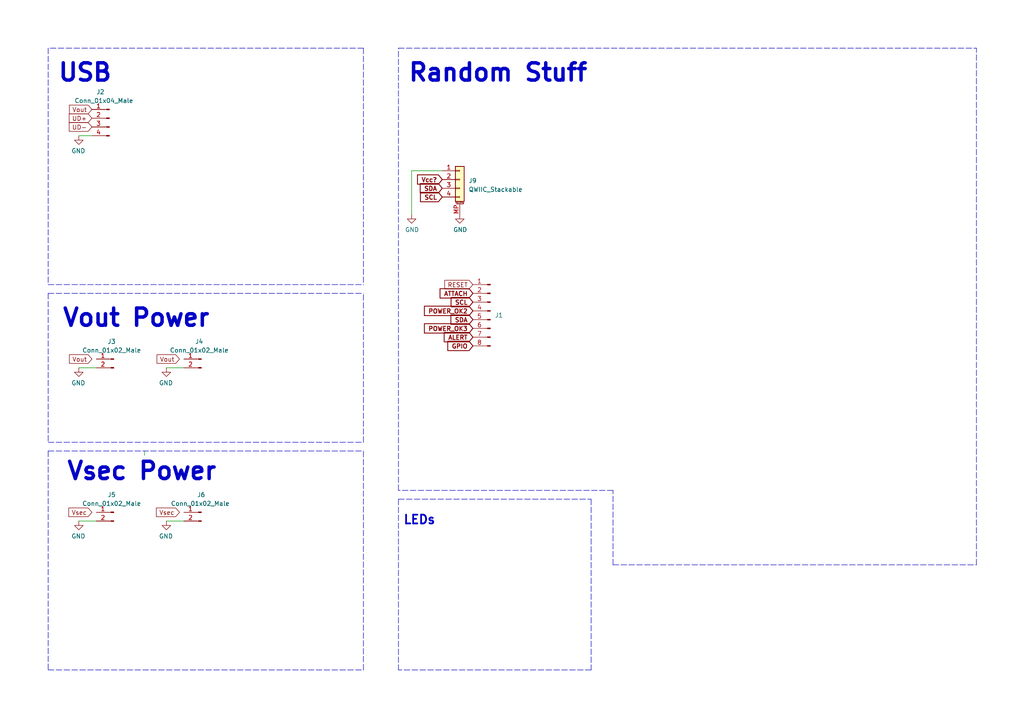
<source format=kicad_sch>
(kicad_sch (version 20211123) (generator eeschema)
  (paper "A4")
  (title_block (title "Prototype Board") (rev "0.0.1") (company "The Nerd Mage"))
  (lib_symbols
    (symbol "Connector:Conn_01x02_Male" (pin_names (offset 1.016) hide)
      (property "Reference" "J" (at 0 2.54 0))
      (property "Value" "Conn_01x02_Male" (at 0 -5.08 0))
      (symbol "Conn_01x02_Male_1_1"
        (polyline (pts (xy 1.27 -2.54) (xy 0.8636 -2.54)) (stroke (width 0.1524)))
        (polyline (pts (xy 1.27 0) (xy 0.8636 0)) (stroke (width 0.1524)))
        (rectangle (start 0.8636 -2.413) (end 0 -2.667) (stroke (width 0.1524)) (fill (type outline)))
        (rectangle (start 0.8636 0.127) (end 0 -0.127) (stroke (width 0.1524)) (fill (type outline)))
        (pin passive line (at 5.08 0 180) (length 3.81) (name "Pin_1") (number "1"))
        (pin passive line (at 5.08 -2.54 180) (length 3.81) (name "Pin_2") (number "2"))
      )
    )
    (symbol "Connector:Conn_01x04_Male" (pin_names (offset 1.016) hide)
      (property "Reference" "J" (at 0 5.08 0))
      (property "Value" "Conn_01x04_Male" (at 0 -7.62 0))
      (symbol "Conn_01x04_Male_1_1"
        (polyline (pts (xy 1.27 -5.08) (xy 0.8636 -5.08)) (stroke (width 0.1524)))
        (polyline (pts (xy 1.27 -2.54) (xy 0.8636 -2.54)) (stroke (width 0.1524)))
        (polyline (pts (xy 1.27 0) (xy 0.8636 0)) (stroke (width 0.1524)))
        (polyline (pts (xy 1.27 2.54) (xy 0.8636 2.54)) (stroke (width 0.1524)))
        (rectangle (start 0.8636 -4.953) (end 0 -5.207) (stroke (width 0.1524)) (fill (type outline)))
        (rectangle (start 0.8636 -2.413) (end 0 -2.667) (stroke (width 0.1524)) (fill (type outline)))
        (rectangle (start 0.8636 0.127) (end 0 -0.127) (stroke (width 0.1524)) (fill (type outline)))
        (rectangle (start 0.8636 2.667) (end 0 2.413) (stroke (width 0.1524)) (fill (type outline)))
        (pin passive line (at 5.08 2.54 180) (length 3.81) (name "Pin_1") (number "1"))
        (pin passive line (at 5.08 0 180) (length 3.81) (name "Pin_2") (number "2"))
        (pin passive line (at 5.08 -2.54 180) (length 3.81) (name "Pin_3") (number "3"))
        (pin passive line (at 5.08 -5.08 180) (length 3.81) (name "Pin_4") (number "4"))
      )
    )
    (symbol "Connector:Conn_01x08_Male" (pin_names (offset 1.016) hide)
      (property "Reference" "J" (at 0 10.16 0))
      (property "Value" "Conn_01x08_Male" (at 0 -12.7 0))
      (symbol "Conn_01x08_Male_1_1"
        (polyline (pts (xy 1.27 -10.16) (xy 0.8636 -10.16)) (stroke (width 0.1524)))
        (polyline (pts (xy 1.27 -7.62) (xy 0.8636 -7.62)) (stroke (width 0.1524)))
        (polyline (pts (xy 1.27 -5.08) (xy 0.8636 -5.08)) (stroke (width 0.1524)))
        (polyline (pts (xy 1.27 -2.54) (xy 0.8636 -2.54)) (stroke (width 0.1524)))
        (polyline (pts (xy 1.27 0) (xy 0.8636 0)) (stroke (width 0.1524)))
        (polyline (pts (xy 1.27 2.54) (xy 0.8636 2.54)) (stroke (width 0.1524)))
        (polyline (pts (xy 1.27 5.08) (xy 0.8636 5.08)) (stroke (width 0.1524)))
        (polyline (pts (xy 1.27 7.62) (xy 0.8636 7.62)) (stroke (width 0.1524)))
        (rectangle (start 0.8636 -10.033) (end 0 -10.287) (stroke (width 0.1524)) (fill (type outline)))
        (rectangle (start 0.8636 -7.493) (end 0 -7.747) (stroke (width 0.1524)) (fill (type outline)))
        (rectangle (start 0.8636 -4.953) (end 0 -5.207) (stroke (width 0.1524)) (fill (type outline)))
        (rectangle (start 0.8636 -2.413) (end 0 -2.667) (stroke (width 0.1524)) (fill (type outline)))
        (rectangle (start 0.8636 0.127) (end 0 -0.127) (stroke (width 0.1524)) (fill (type outline)))
        (rectangle (start 0.8636 2.667) (end 0 2.413) (stroke (width 0.1524)) (fill (type outline)))
        (rectangle (start 0.8636 5.207) (end 0 4.953) (stroke (width 0.1524)) (fill (type outline)))
        (rectangle (start 0.8636 7.747) (end 0 7.493) (stroke (width 0.1524)) (fill (type outline)))
        (pin passive line (at 5.08 7.62 180) (length 3.81) (name "Pin_1") (number "1"))
        (pin passive line (at 5.08 5.08 180) (length 3.81) (name "Pin_2") (number "2"))
        (pin passive line (at 5.08 2.54 180) (length 3.81) (name "Pin_3") (number "3"))
        (pin passive line (at 5.08 0 180) (length 3.81) (name "Pin_4") (number "4"))
        (pin passive line (at 5.08 -2.54 180) (length 3.81) (name "Pin_5") (number "5"))
        (pin passive line (at 5.08 -5.08 180) (length 3.81) (name "Pin_6") (number "6"))
        (pin passive line (at 5.08 -7.62 180) (length 3.81) (name "Pin_7") (number "7"))
        (pin passive line (at 5.08 -10.16 180) (length 3.81) (name "Pin_8") (number "8"))
      )
    )
    (symbol "Connector_QWIIC_Stackable:QWIIC_Stackable" (pin_names (offset 1.016) hide)
      (property "Reference" "J" (at 0 5.08 0))
      (property "Value" "QWIIC_Stackable" (at 1.27 -7.62 0))
      (symbol "QWIIC_Stackable_1_1"
        (rectangle (start -1.27 -4.953) (end 0 -5.207) (stroke (width 0.1524)))
        (rectangle (start -1.27 -2.413) (end 0 -2.667) (stroke (width 0.1524)))
        (rectangle (start -1.27 0.127) (end 0 -0.127) (stroke (width 0.1524)))
        (rectangle (start -1.27 2.667) (end 0 2.413) (stroke (width 0.1524)))
        (rectangle (start -1.27 3.81) (end 1.27 -6.35) (stroke (width 0.254)) (fill (type background)))
        (polyline (pts (xy -1.016 -7.112) (xy 1.016 -7.112)) (stroke (width 0.1524)))
        (text "Mounting" (at 0 -6.731 0) (effects (font (size 0.381 0.381))))
        (pin passive line (at -5.08 2.54 0) (length 3.81) (name "Pin_1") (number "1"))
        (pin passive line (at -5.08 0 0) (length 3.81) (name "Pin_2") (number "2"))
        (pin passive line (at -5.08 -2.54 0) (length 3.81) (name "Pin_3") (number "3"))
        (pin passive line (at -5.08 -5.08 0) (length 3.81) (name "Pin_4") (number "4"))
        (pin passive line (at 0 -10.16 90) (length 3.048) (name "MountPin") (number "MP"))
      )
    )
    (symbol "power:GND" (power) (pin_names (offset 0))
      (property "Value" "GND" (at 0 -3.81 0))
      (symbol "GND_0_1"
        (polyline (pts (xy 0 0) (xy 0 -1.27) (xy 1.27 -1.27) (xy 0 -2.54) (xy -1.27 -1.27) (xy 0 -1.27)))
      )
      (symbol "GND_1_1"
        (pin power_in line (at 0 0 270) (length 0) hide (name "GND") (number "1"))
      )
    )
  )
  (polyline (pts (xy 115.57 144.78) (xy 171.45 144.78)))
  (polyline (pts (xy 105.41 13.97) (xy 105.41 82.55)))
  (polyline (pts (xy 105.41 13.97) (xy 13.97 13.97)))
  (polyline (pts (xy 13.97 128.27) (xy 105.41 128.27)))
  (polyline (pts (xy 115.57 144.78) (xy 115.57 194.31)))
  (polyline (pts (xy 105.41 128.27) (xy 105.41 85.09)))
  (wire (pts (xy 128.27 49.53) (xy 119.38 49.53)))
  (polyline (pts (xy 13.97 130.81) (xy 105.41 130.81)))
  (polyline (pts (xy 13.97 85.09) (xy 13.97 128.27)))
  (polyline (pts (xy 171.45 194.31) (xy 115.57 194.31)))
  (polyline (pts (xy 13.97 194.31) (xy 105.41 194.31)))
  (wire (pts (xy 26.67 39.37) (xy 22.86 39.37)))
  (polyline (pts (xy 13.97 82.55) (xy 105.41 82.55)))
  (polyline (pts (xy 115.57 142.24) (xy 115.57 13.97)))
  (polyline (pts (xy 105.41 194.31) (xy 105.41 130.81)))
  (polyline (pts (xy 13.97 130.81) (xy 13.97 194.31)))
  (polyline (pts (xy 115.57 13.97) (xy 283.21 13.97)))
  (polyline (pts (xy 177.8 142.24) (xy 115.57 142.24)))
  (polyline (pts (xy 13.97 13.97) (xy 13.97 82.55)))
  (wire (pts (xy 48.26 106.68) (xy 53.34 106.68)))
  (wire (pts (xy 22.86 106.68) (xy 27.94 106.68)))
  (polyline (pts (xy 177.8 163.83) (xy 177.8 142.24)))
  (wire (pts (xy 41.91 132.08) (xy 41.91 130.81)))
  (wire (pts (xy 48.26 151.13) (xy 53.34 151.13)))
  (polyline (pts (xy 177.8 163.83) (xy 283.21 163.83)))
  (wire (pts (xy 119.38 49.53) (xy 119.38 62.23)))
  (polyline (pts (xy 171.45 144.78) (xy 171.45 194.31)))
  (polyline (pts (xy 283.21 163.83) (xy 283.21 13.97)))
  (polyline (pts (xy 13.97 85.09) (xy 105.41 85.09)))
  (wire (pts (xy 22.86 151.13) (xy 27.94 151.13)))
  (text "Vsec Power" (at 19.05 139.7 0) (effects (font (size 5 5) (thickness 1) bold) (justify left bottom)))
  (text "Vout Power" (at 17.78 95.25 0) (effects (font (size 5 5) (thickness 1) bold) (justify left bottom)))
  (text "USB" (at 16.51 24.13 0) (effects (font (size 5 5) (thickness 1) bold) (justify left bottom)))
  (text "Random Stuff" (at 118.11 24.13 0) (effects (font (size 5 5) (thickness 1) bold) (justify left bottom)))
  (text "LEDs" (at 116.84 152.4 180) (effects (font (size 2.54 2.54) (thickness 0.508) bold) (justify left bottom)))
  (global_label "SDA" (shape input) (at 137.16 92.71 180) (effects (font bold)) (property "Intersheet References" "${INTERSHEET_REFS}" (effects hide)))
  (global_label "POWER_OK3" (shape input) (at 137.16 95.25 180) (effects (font (thickness 0.254) bold)) (property "Intersheet References" "${INTERSHEET_REFS}" (effects hide)))
  (global_label "GPIO" (shape input) (at 137.16 100.33 180) (effects (font (thickness 0.254) bold)) (property "Intersheet References" "${INTERSHEET_REFS}" (effects hide)))
  (global_label "Vcc?" (shape input) (at 128.27 52.07 180) (effects (font (thickness 0.254) bold)) (property "Intersheet References" "${INTERSHEET_REFS}" (effects hide)))
  (global_label "Vout" (shape input) (at 26.67 31.75 180) (property "Intersheet References" "${INTERSHEET_REFS}" (effects hide)))
  (global_label "Vout" (shape input) (at 26.67 104.14 180) (property "Intersheet References" "${INTERSHEET_REFS}" (effects hide)))
  (global_label "Vout" (shape input) (at 52.07 104.14 180) (property "Intersheet References" "${INTERSHEET_REFS}" (effects hide)))
  (global_label "Vsec" (shape input) (at 26.67 148.59 180) (property "Intersheet References" "${INTERSHEET_REFS}" (effects hide)))
  (global_label "UD-" (shape input) (at 26.67 36.83 180) (property "Intersheet References" "${INTERSHEET_REFS}" (effects hide)))
  (global_label "ALERT" (shape input) (at 137.16 97.79 180) (effects (font bold)) (property "Intersheet References" "${INTERSHEET_REFS}" (effects hide)))
  (global_label "ATTACH" (shape input) (at 137.16 85.09 180) (effects (font (thickness 0.254) bold)) (property "Intersheet References" "${INTERSHEET_REFS}" (effects hide)))
  (global_label "POWER_OK2" (shape input) (at 137.16 90.17 180) (effects (font (thickness 0.254) bold)) (property "Intersheet References" "${INTERSHEET_REFS}" (effects hide)))
  (global_label "SDA" (shape input) (at 128.27 54.61 180) (effects (font bold)) (property "Intersheet References" "${INTERSHEET_REFS}" (effects hide)))
  (global_label "RESET" (shape input) (at 137.16 82.55 180) (property "Intersheet References" "${INTERSHEET_REFS}" (effects hide)))
  (global_label "SCL" (shape input) (at 128.27 57.15 180) (effects (font (thickness 0.254) bold)) (property "Intersheet References" "${INTERSHEET_REFS}" (effects hide)))
  (global_label "SCL" (shape input) (at 137.16 87.63 180) (effects (font (thickness 0.254) bold)) (property "Intersheet References" "${INTERSHEET_REFS}" (effects hide)))
  (global_label "Vsec" (shape input) (at 52.07 148.59 180) (property "Intersheet References" "${INTERSHEET_REFS}" (effects hide)))
  (global_label "UD+" (shape input) (at 26.67 34.29 180) (property "Intersheet References" "${INTERSHEET_REFS}" (effects hide)))
  (symbol (lib_id "Connector:Conn_01x02_Male") (at 33.02 104.14 0) (mirror y) (unit 1) (in_bom no)
    (property "Reference" "J3" (at 32.385 99.06 0))
    (property "Value" "Conn_01x02_Male" (at 32.385 101.6 0))
    (property "Footprint" "Tinker:PinHeader_1x02_P2.54mm_Vertical" (effects hide))
  )
  (symbol (lib_id "power:GND") (at 22.86 39.37 0) (mirror y) (unit 1)
    (property "Reference" "#PWR0106" (effects hide))
    (property "Value" "GND" (at 22.733 43.7642 0))
  )
  (symbol (lib_id "Connector:Conn_01x02_Male") (at 58.42 104.14 0) (mirror y) (unit 1) (in_bom no)
    (property "Reference" "J4" (at 57.785 99.06 0))
    (property "Value" "Conn_01x02_Male" (at 57.785 101.6 0))
    (property "Footprint" "Tinker:PinHeader_1x02_P2.54mm_Vertical" (effects hide))
  )
  (symbol (lib_id "power:GND") (at 22.86 106.68 0) (mirror y) (unit 1)
    (property "Reference" "#PWR0104" (effects hide))
    (property "Value" "GND" (at 22.733 111.0742 0))
  )
  (symbol (lib_id "power:GND") (at 48.26 151.13 0) (mirror y) (unit 1)
    (property "Reference" "#PWR0101" (effects hide))
    (property "Value" "GND" (at 48.133 155.5242 0))
  )
  (symbol (lib_id "power:GND") (at 48.26 106.68 0) (mirror y) (unit 1)
    (property "Reference" "#PWR0102" (effects hide))
    (property "Value" "GND" (at 48.133 111.0742 0))
  )
  (symbol (lib_id "power:GND") (at 22.86 151.13 0) (mirror y) (unit 1)
    (property "Reference" "#PWR0120" (effects hide))
    (property "Value" "GND" (at 22.733 155.5242 0))
  )
  (symbol (lib_id "Connector_QWIIC_Stackable:QWIIC_Stackable") (at 133.35 52.07 0) (unit 1) (in_bom no) (on_board no)
    (property "Reference" "J9" (at 135.89 52.4255 0) (effects (justify left)))
    (property "Value" "QWIIC_Stackable" (at 135.89 54.9655 0) (effects (justify left)))
    (property "Footprint" "Tinker:QWIIC_Stackable" (effects hide))
  )
  (symbol (lib_id "Connector:Conn_01x02_Male") (at 58.42 148.59 0) (mirror y) (unit 1) (in_bom no)
    (property "Reference" "J6" (at 57.15 143.51 0) (effects (justify right)))
    (property "Value" "Conn_01x02_Male" (at 49.53 146.05 0) (effects (justify right)))
    (property "Footprint" "Tinker:PinHeader_1x02_P2.54mm_Vertical" (effects hide))
  )
  (symbol (lib_id "Connector:Conn_01x04_Male") (at 31.75 34.29 0) (mirror y) (unit 1) (in_bom no)
    (property "Reference" "J2" (at 27.94 26.67 0) (effects (justify right)))
    (property "Value" "Conn_01x04_Male" (at 21.59 29.21 0) (effects (justify right)))
    (property "Footprint" "Tinker:PinHeader_1x04_P2.54mm_Vertical" (effects hide))
  )
  (symbol (lib_id "power:GND") (at 133.35 62.23 0) (unit 1)
    (property "Reference" "#PWR0123" (effects hide))
    (property "Value" "GND" (at 133.477 66.6242 0))
  )
  (symbol (lib_id "Connector:Conn_01x08_Male") (at 142.24 90.17 0) (mirror y) (unit 1)
    (property "Reference" "J1" (at 143.51 91.4399 0) (effects (justify right)))
    (property "Value" "Conn_01x08_Male" (effects hide))
    (property "Footprint" "Tinker:PinHeader_2x04_P1.27mm_Vertical" (effects hide))
  )
  (symbol (lib_id "power:GND") (at 119.38 62.23 0) (unit 1)
    (property "Reference" "#PWR0124" (effects hide))
    (property "Value" "GND" (at 119.507 66.6242 0))
  )
  (symbol (lib_id "Connector:Conn_01x02_Male") (at 33.02 148.59 0) (mirror y) (unit 1) (in_bom no)
    (property "Reference" "J5" (at 32.385 143.51 0))
    (property "Value" "Conn_01x02_Male" (at 32.385 146.05 0))
    (property "Footprint" "Tinker:PinHeader_1x02_P2.54mm_Vertical" (effects hide))
  )
)
</source>
